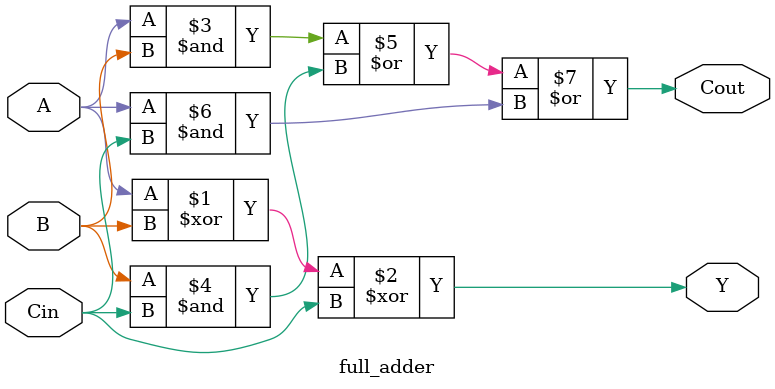
<source format=v>
module full_adder (
    // Declare inputs 
    input A, B, 
    // Declare carry in 
    input Cin,
    // Declare output Y 
    output Y,
    // Declare carry out 
    output Cout 
);
    // Enter logic equations 
    assign Y = A ^ B ^ Cin; 
    assign Cout = (A & B) | (B & Cin) | (A & Cin);
endmodule 
</source>
